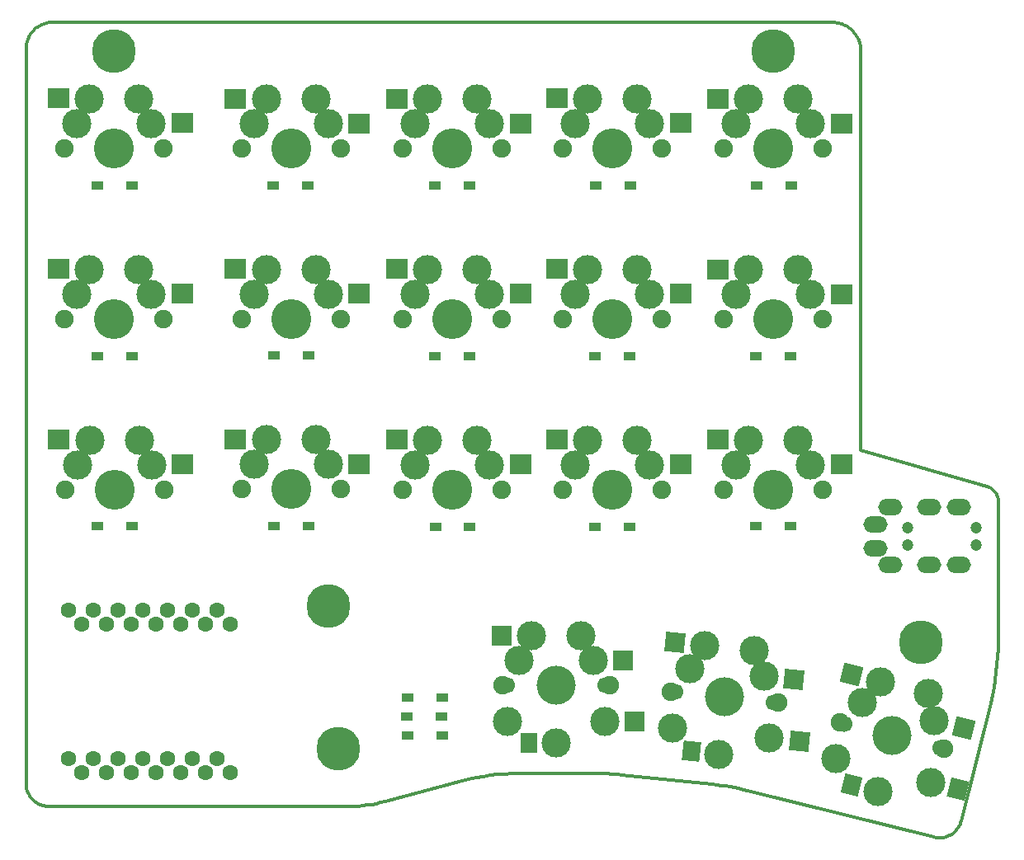
<source format=gbr>
%TF.GenerationSoftware,KiCad,Pcbnew,(6.0.6)*%
%TF.CreationDate,2022-09-17T23:41:45+09:00*%
%TF.ProjectId,split-mini,73706c69-742d-46d6-996e-692e6b696361,rev?*%
%TF.SameCoordinates,Original*%
%TF.FileFunction,Soldermask,Top*%
%TF.FilePolarity,Negative*%
%FSLAX46Y46*%
G04 Gerber Fmt 4.6, Leading zero omitted, Abs format (unit mm)*
G04 Created by KiCad (PCBNEW (6.0.6)) date 2022-09-17 23:41:45*
%MOMM*%
%LPD*%
G01*
G04 APERTURE LIST*
G04 Aperture macros list*
%AMRotRect*
0 Rectangle, with rotation*
0 The origin of the aperture is its center*
0 $1 length*
0 $2 width*
0 $3 Rotation angle, in degrees counterclockwise*
0 Add horizontal line*
21,1,$1,$2,0,0,$3*%
G04 Aperture macros list end*
%TA.AperFunction,Profile*%
%ADD10C,0.349999*%
%TD*%
%ADD11R,1.300000X0.950000*%
%ADD12C,1.900000*%
%ADD13C,3.000000*%
%ADD14C,4.100000*%
%ADD15R,2.300000X2.000000*%
%ADD16C,4.500000*%
%ADD17C,4.000000*%
%ADD18C,1.700000*%
%ADD19R,2.000000X2.000000*%
%ADD20R,1.800000X2.000000*%
%ADD21RotRect,1.900000X2.000000X166.000000*%
%ADD22RotRect,2.000000X2.000000X166.000000*%
%ADD23RotRect,1.800000X2.000000X166.000000*%
%ADD24C,1.200000*%
%ADD25O,2.500000X1.700000*%
%ADD26RotRect,2.000000X2.000000X174.000000*%
%ADD27RotRect,1.800000X2.000000X174.000000*%
%ADD28C,1.600000*%
G04 APERTURE END LIST*
D10*
X120734058Y-85321050D02*
X120746346Y-84517181D01*
X94563467Y-99773630D02*
X95006416Y-99879974D01*
X21067121Y-99747413D02*
X21097288Y-99856121D01*
X95006416Y-99879974D02*
X95006416Y-99879974D01*
X106613959Y-23464589D02*
X106588365Y-23321274D01*
X21022792Y-99525582D02*
X21042263Y-99637170D01*
X21450528Y-100558221D02*
X21520346Y-100647842D01*
X23314208Y-21027240D02*
X23182826Y-21050152D01*
X120663178Y-69673555D02*
X120617953Y-69555976D01*
X120429619Y-69232038D02*
X120350533Y-69135311D01*
X116257734Y-104147387D02*
X116337281Y-104072331D01*
X65730083Y-98890289D02*
X65730083Y-98890289D01*
X104737877Y-21174101D02*
X104602654Y-21128344D01*
X120306060Y-89309528D02*
X120440307Y-88517806D01*
X106647491Y-64950611D02*
X106647491Y-23907794D01*
X114417834Y-104707695D02*
X114531519Y-104721167D01*
X22319756Y-101272024D02*
X22422725Y-101317646D01*
X21325017Y-100370023D02*
X21385392Y-100465551D01*
X116831755Y-103339065D02*
X116873233Y-103232363D01*
X114869318Y-104727193D02*
X114980256Y-104718084D01*
X116678483Y-103640152D02*
X116734207Y-103543064D01*
X21793434Y-21793513D02*
X21700478Y-21891184D01*
X106069327Y-22166530D02*
X105982931Y-22056589D01*
X105588428Y-21662081D02*
X105478488Y-21575683D01*
X104870037Y-21226211D02*
X104737877Y-21174101D01*
X79268402Y-98118347D02*
X79619825Y-98120645D01*
X119962618Y-68817891D02*
X119849615Y-68758387D01*
X120725055Y-69920137D02*
X120699003Y-69795107D01*
X21042263Y-99637170D02*
X21067121Y-99747413D01*
X120699003Y-69795107D02*
X120663178Y-69673555D01*
X81724553Y-98230937D02*
X82074291Y-98265381D01*
X119606995Y-68666672D02*
X106647491Y-64950611D01*
X21218860Y-100171147D02*
X21269480Y-100271825D01*
X21049932Y-23182830D02*
X21027007Y-23314210D01*
X23078052Y-101482078D02*
X23191759Y-101490535D01*
X20997490Y-99184639D02*
X21000327Y-99299127D01*
X115907617Y-104406218D02*
X115999590Y-104347927D01*
X105694026Y-21753553D02*
X105588428Y-21662081D01*
X105891460Y-21950990D02*
X105795097Y-21849917D01*
X23306244Y-101493370D02*
X54168747Y-101493347D01*
X23715622Y-20997488D02*
X23715622Y-20997488D01*
X21992830Y-21612950D02*
X21891115Y-21700567D01*
X57823814Y-101011581D02*
X57823814Y-101011581D01*
X120746346Y-84517181D02*
X120746346Y-70178646D01*
X120563702Y-69442866D02*
X120500800Y-69334721D01*
X120744992Y-70113118D02*
X120740961Y-70048149D01*
X21114721Y-22925043D02*
X21079201Y-23053033D01*
X21000556Y-23580829D02*
X20997215Y-23715622D01*
X93224898Y-99501293D02*
X93672605Y-99584271D01*
X115411094Y-104628832D02*
X115514710Y-104593834D01*
X116618357Y-103733828D02*
X116678483Y-103640152D01*
X55553294Y-101425245D02*
X56012088Y-101372398D01*
X21932681Y-101040365D02*
X22025351Y-101105499D01*
X79971141Y-98127542D02*
X80322305Y-98139037D01*
X94118828Y-99675056D02*
X94563467Y-99773630D01*
X119965073Y-90880112D02*
X120147626Y-90097149D01*
X21520346Y-100647842D02*
X21594767Y-100734227D01*
X21843058Y-100970549D02*
X21932681Y-101040365D01*
X116413290Y-103993343D02*
X116485588Y-103910527D01*
X114980256Y-104718084D02*
X115090076Y-104703590D01*
X92325451Y-99358830D02*
X92775813Y-99426140D01*
X119790967Y-68731954D02*
X119730949Y-68707815D01*
X22207471Y-21454070D02*
X22098356Y-21530754D01*
X103737228Y-20997492D02*
X23715622Y-20997488D01*
X116088715Y-104285289D02*
X116174821Y-104218407D01*
X105982931Y-22056589D02*
X105891460Y-21950990D01*
X104034787Y-21012522D02*
X103886991Y-21001281D01*
X116337281Y-104072331D02*
X116413290Y-103993343D01*
X22634779Y-101393589D02*
X22743485Y-101423753D01*
X23182826Y-21050152D02*
X23053027Y-21079407D01*
X21156400Y-22799082D02*
X21114721Y-22925043D01*
X21700478Y-21891184D02*
X21612850Y-21992890D01*
X105364387Y-21494542D02*
X105246308Y-21418842D01*
X22435573Y-21317612D02*
X22319950Y-21382992D01*
X69367896Y-98227495D02*
X70105548Y-98166918D01*
X22925033Y-21114915D02*
X22799069Y-21156581D01*
X103737228Y-20997492D02*
X103737228Y-20997492D01*
X115812969Y-104460058D02*
X115907617Y-104406218D01*
X54631255Y-101485768D02*
X55092893Y-101463051D01*
X82074291Y-98265381D02*
X91421310Y-99247810D01*
X104464550Y-21089126D02*
X104323750Y-21056627D01*
X21010518Y-23446950D02*
X21000556Y-23580829D01*
X104180434Y-21031031D02*
X104034787Y-21012522D01*
X119606995Y-68666672D02*
X119606995Y-68666672D01*
X22098356Y-21530754D02*
X21992830Y-21612950D01*
X115514710Y-104593834D02*
X115616343Y-104553970D01*
X21453948Y-22207514D02*
X21382859Y-22319987D01*
X106418789Y-22774986D02*
X106360509Y-22646071D01*
X106470898Y-22907146D02*
X106418789Y-22774986D01*
X80322305Y-98139037D02*
X80673272Y-98155126D01*
X21673714Y-100817184D02*
X21673714Y-100817184D01*
X106643705Y-23758032D02*
X106632466Y-23610236D01*
X55092893Y-101463051D02*
X55553294Y-101425245D01*
X80673272Y-98155126D02*
X81023999Y-98175807D01*
X105246308Y-21418842D02*
X105124435Y-21348765D01*
X106647491Y-64950611D02*
X106647491Y-64950611D01*
X57823814Y-101011581D02*
X65730083Y-98890289D01*
X56468906Y-101304560D02*
X56923379Y-101221779D01*
X79268402Y-98118347D02*
X79268402Y-98118347D01*
X106296240Y-22520586D02*
X106226164Y-22398712D01*
X70105548Y-98166918D02*
X70845185Y-98130517D01*
X116940735Y-103010071D02*
X116940735Y-103010071D01*
X54168747Y-101493347D02*
X54168747Y-101493347D01*
X119730949Y-68707815D02*
X119669610Y-68686034D01*
X106647491Y-23907794D02*
X106643705Y-23758032D01*
X21204145Y-22675373D02*
X21156400Y-22799082D01*
X116554001Y-103823988D02*
X116618357Y-103733828D01*
X56012088Y-101372398D02*
X56468906Y-101304560D01*
X57375138Y-101124103D02*
X57823814Y-101011581D01*
X120746346Y-70178646D02*
X120744992Y-70113118D01*
X67900910Y-98420864D02*
X68632820Y-98312169D01*
X21000327Y-99299127D02*
X21008788Y-99412838D01*
X23053027Y-21079407D02*
X22925033Y-21114915D01*
X91421310Y-99247810D02*
X91873916Y-99299381D01*
X71586216Y-98118370D02*
X71586216Y-98118370D01*
X21382859Y-22319987D02*
X21317467Y-22435603D01*
X20997490Y-99184639D02*
X20997490Y-99184639D01*
X21673714Y-100817184D02*
X21756673Y-100896129D01*
X114189873Y-104662933D02*
X114189873Y-104662933D01*
X21612850Y-21992890D02*
X21530643Y-22098408D01*
X23191759Y-101490535D02*
X23306244Y-101493370D01*
X82074291Y-98265381D02*
X82074291Y-98265381D01*
X115090076Y-104703590D02*
X115198604Y-104683814D01*
X21891115Y-21700567D02*
X21793434Y-21793513D01*
X106632466Y-23610236D02*
X106613959Y-23464589D01*
X92775813Y-99426140D02*
X93224898Y-99501293D01*
X120697243Y-86123603D02*
X120734058Y-85321050D01*
X22965311Y-101468076D02*
X23078052Y-101482078D01*
X114757434Y-104730812D02*
X114869318Y-104727193D01*
X21756673Y-100896129D02*
X21843058Y-100970549D01*
X116940735Y-103010071D02*
X119965073Y-90880112D01*
X120734300Y-69983801D02*
X120725055Y-69920137D01*
X119669610Y-68686034D02*
X119606995Y-68666672D01*
X23580829Y-21000816D02*
X23446950Y-21010763D01*
X115999590Y-104347927D02*
X116088715Y-104285289D01*
X106226164Y-22398712D02*
X106150466Y-22280632D01*
X81374440Y-98201078D02*
X81724553Y-98230937D01*
X104998950Y-21284494D02*
X104870037Y-21226211D01*
X22120879Y-101165872D02*
X22219077Y-101221407D01*
X116485588Y-103910527D02*
X116554001Y-103823988D01*
X21079201Y-23053033D02*
X21049932Y-23182830D01*
X23446950Y-21010763D02*
X23314208Y-21027240D01*
X116909617Y-103122663D02*
X116940735Y-103010071D01*
X22554116Y-21258022D02*
X22435573Y-21317612D01*
X120147626Y-90097149D02*
X120306060Y-89309528D01*
X21530643Y-22098408D02*
X21453948Y-22207514D01*
X106588365Y-23321274D02*
X106555869Y-23180473D01*
X120635967Y-86924286D02*
X120697243Y-86123603D01*
X116873233Y-103232363D02*
X116909617Y-103122663D01*
X68632820Y-98312169D02*
X69367896Y-98227495D01*
X22743485Y-101423753D02*
X22853726Y-101448609D01*
X120440307Y-88517806D02*
X120550299Y-87722539D01*
X22527796Y-101358194D02*
X22634779Y-101393589D01*
X21132686Y-99963106D02*
X21173236Y-100068177D01*
X22025351Y-101105499D02*
X22120879Y-101165872D01*
X95006416Y-99879974D02*
X114189873Y-104662933D01*
X21385392Y-100465551D02*
X21450528Y-100558221D01*
X21008788Y-99412838D02*
X21022792Y-99525582D01*
X115198604Y-104683814D02*
X115305668Y-104658860D01*
X67172756Y-98553501D02*
X67900910Y-98420864D01*
X106150466Y-22280632D02*
X106069327Y-22166530D01*
X21097288Y-99856121D02*
X21132686Y-99963106D01*
X120500800Y-69334721D02*
X120429619Y-69232038D01*
X21027007Y-23314210D02*
X21010518Y-23446950D01*
X116174821Y-104218407D02*
X116257734Y-104147387D01*
X120263917Y-69045037D02*
X120170143Y-68961712D01*
X70845185Y-98130517D02*
X71586216Y-98118370D01*
X91421310Y-99247810D02*
X91421310Y-99247810D01*
X22675355Y-21204314D02*
X22554116Y-21258022D01*
X21257865Y-22554139D02*
X21204145Y-22675373D01*
X22422725Y-101317646D02*
X22527796Y-101358194D01*
X114644776Y-104728838D02*
X114757434Y-104730812D01*
X116734207Y-103543064D02*
X116785355Y-103442667D01*
X120350533Y-69135311D02*
X120263917Y-69045037D01*
X120550299Y-87722539D02*
X120635967Y-86924286D01*
X21594767Y-100734227D02*
X21673714Y-100817184D01*
X106360509Y-22646071D02*
X106296240Y-22520586D01*
X79619825Y-98120645D02*
X79971141Y-98127542D01*
X115715821Y-104509343D02*
X115812969Y-104460058D01*
X120746346Y-70178646D02*
X120746346Y-70178646D01*
X20997215Y-23715622D02*
X20997215Y-23715622D01*
X104323750Y-21056627D02*
X104180434Y-21031031D01*
X71586216Y-98118370D02*
X79268402Y-98118347D01*
X105795097Y-21849917D02*
X105694026Y-21753553D01*
X119849615Y-68758387D02*
X119790967Y-68731954D01*
X54168747Y-101493347D02*
X54631255Y-101485768D01*
X116785355Y-103442667D02*
X116831755Y-103339065D01*
X120170143Y-68961712D02*
X120069586Y-68885831D01*
X66448951Y-98710002D02*
X67172756Y-98553501D01*
X104602654Y-21128344D02*
X104464550Y-21089126D01*
X114189873Y-104662933D02*
X114303894Y-104688319D01*
X22799069Y-21156581D02*
X22675355Y-21204314D01*
X120746346Y-84517181D02*
X120746346Y-84517181D01*
X120617953Y-69555976D02*
X120563702Y-69442866D01*
X114303894Y-104688319D02*
X114417834Y-104707695D01*
X106555869Y-23180473D02*
X106516652Y-23042369D01*
X65730083Y-98890289D02*
X66448951Y-98710002D01*
X81023999Y-98175807D02*
X81374440Y-98201078D01*
X21173236Y-100068177D02*
X21218860Y-100171147D01*
X115616343Y-104553970D02*
X115715821Y-104509343D01*
X106516652Y-23042369D02*
X106470898Y-22907146D01*
X23715622Y-20997488D02*
X23580829Y-21000816D01*
X120740961Y-70048149D02*
X120734300Y-69983801D01*
X22219077Y-101221407D02*
X22319756Y-101272024D01*
X56923379Y-101221779D02*
X57375138Y-101124103D01*
X103886991Y-21001281D02*
X103737228Y-20997492D01*
X22853726Y-101448609D02*
X22965311Y-101468076D01*
X105478488Y-21575683D02*
X105364387Y-21494542D01*
X119965073Y-90880112D02*
X119965073Y-90880112D01*
X105124435Y-21348765D02*
X104998950Y-21284494D01*
X21793434Y-21793513D02*
X21793434Y-21793513D01*
X93672605Y-99584271D02*
X94118828Y-99675056D01*
X21317467Y-22435603D02*
X21257865Y-22554139D01*
X20997215Y-23715622D02*
X20997490Y-99184639D01*
X23306244Y-101493370D02*
X23306244Y-101493370D01*
X22319950Y-21382992D02*
X22207471Y-21454070D01*
X91873916Y-99299381D02*
X92325451Y-99358830D01*
X120069586Y-68885831D02*
X119962618Y-68817891D01*
X21269480Y-100271825D02*
X21325017Y-100370023D01*
X115305668Y-104658860D02*
X115411094Y-104628832D01*
X114531519Y-104721167D02*
X114644776Y-104728838D01*
D11*
%TO.C,D7*%
X46415000Y-55230000D03*
X49965000Y-55230000D03*
%TD*%
D12*
%TO.C,SW6*%
X35120000Y-51460000D03*
D13*
X32580000Y-46380000D03*
D14*
X30040000Y-51460000D03*
D12*
X24960000Y-51460000D03*
D13*
X33850000Y-48919999D03*
X26230000Y-48920000D03*
X27500000Y-46380000D03*
D15*
X37040000Y-48880000D03*
X24340000Y-46340000D03*
%TD*%
D13*
%TO.C,SW11*%
X26240000Y-66420000D03*
D14*
X30050000Y-68960000D03*
D13*
X27510000Y-63880000D03*
D12*
X35130000Y-68960000D03*
D13*
X33860000Y-66419999D03*
X32590000Y-63880000D03*
D12*
X24970000Y-68960000D03*
D15*
X37050000Y-66380000D03*
X24350000Y-63840000D03*
%TD*%
D11*
%TO.C,D6*%
X28275000Y-55260000D03*
X31825000Y-55260000D03*
%TD*%
D12*
%TO.C,SW9*%
X76090000Y-51460000D03*
D13*
X84980000Y-48919999D03*
X78630000Y-46380000D03*
D14*
X81170000Y-51460000D03*
D12*
X86250000Y-51460000D03*
D13*
X77360000Y-48920000D03*
X83710000Y-46380000D03*
D15*
X88170000Y-48880000D03*
X75470000Y-46340000D03*
%TD*%
D13*
%TO.C,SW3*%
X67250000Y-28870000D03*
X60900000Y-31410000D03*
D12*
X59630000Y-33950000D03*
D13*
X68520000Y-31409999D03*
X62170000Y-28870000D03*
D14*
X64710000Y-33950000D03*
D12*
X69790000Y-33950000D03*
D15*
X71710000Y-31370000D03*
X59010000Y-28830000D03*
%TD*%
D11*
%TO.C,D9*%
X79405000Y-55270000D03*
X82955000Y-55270000D03*
%TD*%
%TO.C,D16*%
X60155000Y-90350000D03*
X63705000Y-90350000D03*
%TD*%
%TO.C,D11*%
X28305000Y-72750000D03*
X31855000Y-72750000D03*
%TD*%
%TO.C,D14*%
X79395000Y-72770000D03*
X82945000Y-72770000D03*
%TD*%
%TO.C,D17*%
X60095000Y-92290000D03*
X63645000Y-92290000D03*
%TD*%
D14*
%TO.C,SW5*%
X97690000Y-33960000D03*
D13*
X95150000Y-28880000D03*
D12*
X102770000Y-33960000D03*
D13*
X100230000Y-28880000D03*
D12*
X92610000Y-33960000D03*
D13*
X101500000Y-31419999D03*
X93880000Y-31420000D03*
D15*
X104690000Y-31380000D03*
X91990000Y-28840000D03*
%TD*%
D16*
%TO.C,HOLE3*%
X52020000Y-80950000D03*
%TD*%
D13*
%TO.C,SW15*%
X101480000Y-66419999D03*
D14*
X97670000Y-68960000D03*
D12*
X92590000Y-68960000D03*
X102750000Y-68960000D03*
D13*
X95130000Y-63880000D03*
X100210000Y-63880000D03*
X93860000Y-66420000D03*
D15*
X104670000Y-66380000D03*
X91970000Y-63840000D03*
%TD*%
D11*
%TO.C,D13*%
X62985000Y-72780000D03*
X66535000Y-72780000D03*
%TD*%
D13*
%TO.C,SW7*%
X45640000Y-46370000D03*
X44370000Y-48910000D03*
D12*
X43100000Y-51450000D03*
D13*
X51990000Y-48909999D03*
X50720000Y-46370000D03*
D14*
X48180000Y-51450000D03*
D12*
X53260000Y-51450000D03*
D15*
X55180000Y-48870000D03*
X42480000Y-46330000D03*
%TD*%
D11*
%TO.C,D1*%
X28285000Y-37740000D03*
X31835000Y-37740000D03*
%TD*%
D16*
%TO.C,HOLE5*%
X112800000Y-84690000D03*
%TD*%
D17*
%TO.C,SW16*%
X75370000Y-89080000D03*
D13*
X72830000Y-84000000D03*
X80370000Y-92780000D03*
X71560000Y-86540000D03*
X70370000Y-92780000D03*
X75370000Y-94980000D03*
D18*
X80450000Y-89080000D03*
D12*
X69870000Y-89080000D03*
D13*
X79180000Y-86540000D03*
D18*
X70290000Y-89080000D03*
D12*
X80870000Y-89080000D03*
D13*
X77910000Y-84000000D03*
D19*
X83470000Y-92780000D03*
X69770000Y-84000000D03*
X82270000Y-86540000D03*
D20*
X72570000Y-94980000D03*
%TD*%
D11*
%TO.C,D18*%
X60125000Y-94220000D03*
X63675000Y-94220000D03*
%TD*%
D16*
%TO.C,HOLE4*%
X53040000Y-95600000D03*
%TD*%
D11*
%TO.C,D4*%
X79415000Y-37730000D03*
X82965000Y-37730000D03*
%TD*%
%TO.C,D10*%
X95915000Y-55290000D03*
X99465000Y-55290000D03*
%TD*%
D13*
%TO.C,SW18*%
X104122510Y-96619485D03*
D18*
X104939998Y-93010037D03*
D13*
X108441761Y-99963745D03*
X113825468Y-99038704D03*
X108633512Y-88695416D03*
D12*
X115205726Y-95569570D03*
D13*
X113562614Y-89924379D03*
D18*
X114798202Y-95467963D03*
D13*
X114180408Y-92696171D03*
X106786755Y-90852726D03*
D12*
X104532474Y-92908430D03*
D17*
X109869100Y-94239000D03*
D21*
X116599998Y-99688662D03*
D22*
X105664407Y-87955135D03*
X117178622Y-93443710D03*
D23*
X105724933Y-99286363D03*
%TD*%
D24*
%TO.C,J1*%
X118460000Y-74625000D03*
X111460000Y-74625000D03*
X118460000Y-72875000D03*
X111460000Y-72875000D03*
D25*
X108160000Y-74975000D03*
X108160000Y-72525000D03*
X116660000Y-76725000D03*
X116660000Y-70775000D03*
X113660000Y-76725000D03*
X113660000Y-70775000D03*
X109660000Y-76725000D03*
X109660000Y-70775000D03*
%TD*%
D11*
%TO.C,D3*%
X62955000Y-37760000D03*
X66505000Y-37760000D03*
%TD*%
D13*
%TO.C,SW8*%
X68520000Y-48919999D03*
X60900000Y-48920000D03*
X67250000Y-46380000D03*
D12*
X69790000Y-51460000D03*
D14*
X64710000Y-51460000D03*
D13*
X62170000Y-46380000D03*
D12*
X59630000Y-51460000D03*
D15*
X71710000Y-48880000D03*
X59010000Y-46340000D03*
%TD*%
D16*
%TO.C,HOLE2*%
X97680000Y-23950000D03*
%TD*%
D18*
%TO.C,SW17*%
X87600729Y-89755695D03*
D13*
X87293535Y-93443789D03*
X96707531Y-88158868D03*
D12*
X87183030Y-89711793D03*
D17*
X92652900Y-90286700D03*
D13*
X90657819Y-84969026D03*
X97238754Y-94489073D03*
X95709990Y-85500031D03*
D12*
X98122770Y-90861607D03*
D13*
X89129274Y-87362361D03*
D18*
X97705071Y-90817705D03*
D13*
X92036182Y-96154379D03*
D26*
X87614582Y-84649169D03*
X100321772Y-94813112D03*
X99780603Y-88481861D03*
D27*
X89251521Y-95861699D03*
%TD*%
D28*
%TO.C,U1*%
X26686500Y-98011200D03*
X25387500Y-81378700D03*
X27927500Y-81378700D03*
X29226500Y-98011200D03*
X30467500Y-81378700D03*
X31766500Y-98011200D03*
X34306500Y-98011200D03*
X33007500Y-81378700D03*
X35547500Y-81378700D03*
X36846500Y-98011200D03*
X38087500Y-81378700D03*
X39386500Y-98011200D03*
X40627500Y-81378700D03*
X41926500Y-98011200D03*
X41926500Y-82776200D03*
X40627500Y-96613700D03*
X39386500Y-82776200D03*
X38087500Y-96613700D03*
X35547500Y-96613700D03*
X36846500Y-82776200D03*
X34306500Y-82776200D03*
X33007500Y-96613700D03*
X31766500Y-82776200D03*
X30467500Y-96613700D03*
X27927500Y-96613700D03*
X29226500Y-82776200D03*
X26686500Y-82776200D03*
X25387500Y-96613700D03*
%TD*%
D13*
%TO.C,SW10*%
X100220000Y-46390000D03*
D14*
X97680000Y-51470000D03*
D13*
X101490000Y-48929999D03*
D12*
X102760000Y-51470000D03*
X92600000Y-51470000D03*
D13*
X93870000Y-48930000D03*
X95140000Y-46390000D03*
D15*
X104680000Y-48890000D03*
X91980000Y-46350000D03*
%TD*%
D11*
%TO.C,D15*%
X95905000Y-72760000D03*
X99455000Y-72760000D03*
%TD*%
D12*
%TO.C,SW2*%
X53250000Y-33950000D03*
D13*
X50710000Y-28870000D03*
X45630000Y-28870000D03*
D12*
X43090000Y-33950000D03*
D13*
X44360000Y-31410000D03*
D14*
X48170000Y-33950000D03*
D13*
X51980000Y-31409999D03*
D15*
X55170000Y-31370000D03*
X42470000Y-28830000D03*
%TD*%
D12*
%TO.C,SW13*%
X59660000Y-68980000D03*
D13*
X60930000Y-66440000D03*
X68550000Y-66439999D03*
D12*
X69820000Y-68980000D03*
D14*
X64740000Y-68980000D03*
D13*
X62200000Y-63900000D03*
X67280000Y-63900000D03*
D15*
X71740000Y-66400000D03*
X59040000Y-63860000D03*
%TD*%
D16*
%TO.C,HOLE1*%
X30040000Y-23950000D03*
%TD*%
D13*
%TO.C,SW12*%
X45640000Y-63860000D03*
X50720000Y-63860000D03*
X44370000Y-66400000D03*
X51990000Y-66399999D03*
D14*
X48180000Y-68940000D03*
D12*
X53260000Y-68940000D03*
X43100000Y-68940000D03*
D15*
X55180000Y-66360000D03*
X42480000Y-63820000D03*
%TD*%
D13*
%TO.C,SW14*%
X77350000Y-66420000D03*
D14*
X81160000Y-68960000D03*
D13*
X78620000Y-63880000D03*
X84970000Y-66419999D03*
D12*
X86240000Y-68960000D03*
X76080000Y-68960000D03*
D13*
X83700000Y-63880000D03*
D15*
X88160000Y-66380000D03*
X75460000Y-63840000D03*
%TD*%
D12*
%TO.C,SW1*%
X35120000Y-33930000D03*
D13*
X27500000Y-28850000D03*
X26230000Y-31390000D03*
X32580000Y-28850000D03*
D12*
X24960000Y-33930000D03*
D14*
X30040000Y-33930000D03*
D13*
X33850000Y-31389999D03*
D15*
X37040000Y-31350000D03*
X24340000Y-28810000D03*
%TD*%
D11*
%TO.C,D5*%
X95935000Y-37770000D03*
X99485000Y-37770000D03*
%TD*%
%TO.C,D8*%
X62945000Y-55260000D03*
X66495000Y-55260000D03*
%TD*%
D13*
%TO.C,SW4*%
X78640000Y-28850000D03*
X84990000Y-31389999D03*
D12*
X86260000Y-33930000D03*
D13*
X77370000Y-31390000D03*
X83720000Y-28850000D03*
D14*
X81180000Y-33930000D03*
D12*
X76100000Y-33930000D03*
D15*
X88180000Y-31350000D03*
X75480000Y-28810000D03*
%TD*%
D11*
%TO.C,D2*%
X46380000Y-37730000D03*
X49930000Y-37730000D03*
%TD*%
%TO.C,D12*%
X46425000Y-72740000D03*
X49975000Y-72740000D03*
%TD*%
M02*

</source>
